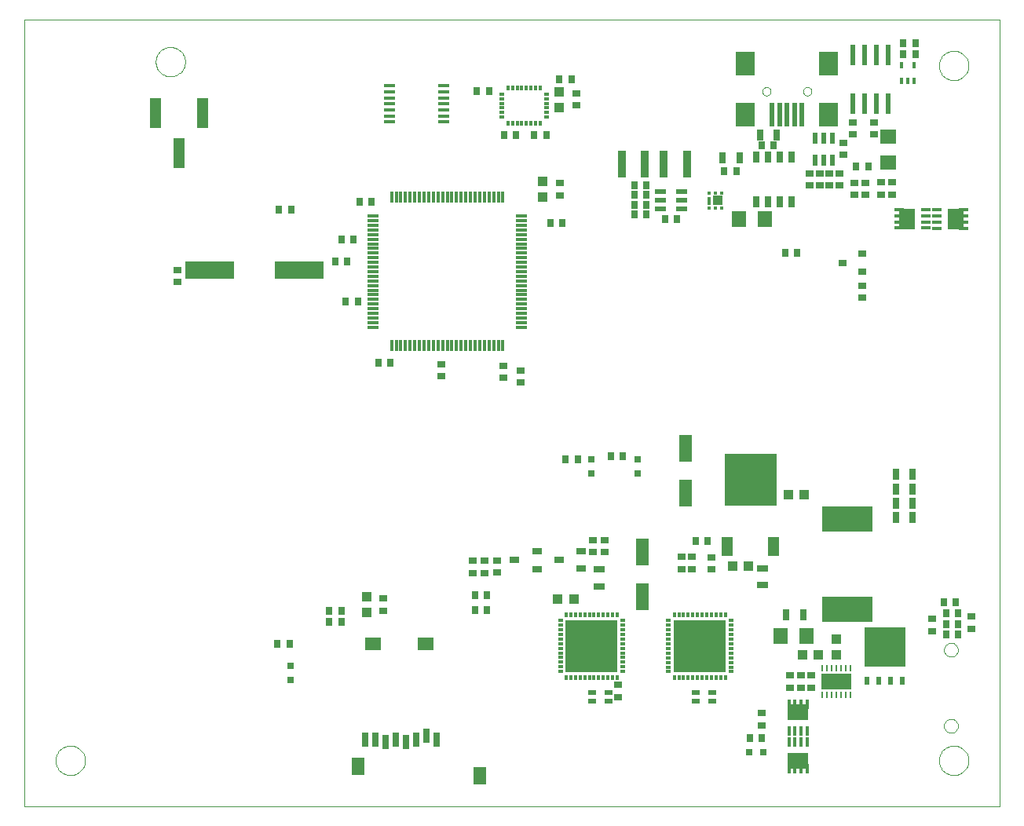
<source format=gtp>
G75*
G70*
%OFA0B0*%
%FSLAX24Y24*%
%IPPOS*%
%LPD*%
%AMOC8*
5,1,8,0,0,1.08239X$1,22.5*
%
%ADD10C,0.0000*%
%ADD11R,0.0472X0.0118*%
%ADD12R,0.0118X0.0472*%
%ADD13R,0.0470X0.1300*%
%ADD14R,0.0197X0.0984*%
%ADD15R,0.0787X0.0984*%
%ADD16R,0.0236X0.0472*%
%ADD17R,0.0472X0.0236*%
%ADD18R,0.0354X0.0276*%
%ADD19R,0.0276X0.0354*%
%ADD20R,0.0354X0.1181*%
%ADD21R,0.0315X0.0472*%
%ADD22R,0.0236X0.0866*%
%ADD23R,0.0138X0.0118*%
%ADD24R,0.0413X0.0443*%
%ADD25R,0.0138X0.0374*%
%ADD26R,0.0315X0.0315*%
%ADD27R,0.0098X0.0276*%
%ADD28R,0.1299X0.0669*%
%ADD29R,0.0394X0.0433*%
%ADD30R,0.2126X0.1102*%
%ADD31R,0.0433X0.0394*%
%ADD32R,0.0630X0.0709*%
%ADD33R,0.0472X0.0315*%
%ADD34R,0.0709X0.0630*%
%ADD35R,0.0157X0.0295*%
%ADD36R,0.0130X0.0270*%
%ADD37R,0.0354X0.0315*%
%ADD38R,0.0335X0.0197*%
%ADD39R,0.0709X0.0551*%
%ADD40R,0.0551X0.0748*%
%ADD41R,0.0315X0.0591*%
%ADD42R,0.0551X0.1181*%
%ADD43R,0.0197X0.0118*%
%ADD44R,0.0118X0.0197*%
%ADD45R,0.0250X0.0500*%
%ADD46R,0.0496X0.0142*%
%ADD47R,0.2100X0.0760*%
%ADD48R,0.0472X0.0787*%
%ADD49R,0.2205X0.2205*%
%ADD50R,0.0217X0.0118*%
%ADD51R,0.0118X0.0217*%
%ADD52R,0.0160X0.0390*%
%ADD53R,0.0880X0.0680*%
%ADD54R,0.0390X0.0160*%
%ADD55R,0.0680X0.0880*%
%ADD56R,0.0394X0.0276*%
%ADD57R,0.0244X0.0374*%
%ADD58R,0.1736X0.1705*%
D10*
X000105Y001250D02*
X000105Y034650D01*
X041505Y034650D01*
X041505Y001250D01*
X000105Y001250D01*
X001430Y003200D02*
X001432Y003250D01*
X001438Y003299D01*
X001448Y003348D01*
X001461Y003395D01*
X001479Y003442D01*
X001500Y003487D01*
X001524Y003530D01*
X001552Y003571D01*
X001583Y003610D01*
X001617Y003646D01*
X001654Y003680D01*
X001694Y003710D01*
X001735Y003737D01*
X001779Y003761D01*
X001824Y003781D01*
X001871Y003797D01*
X001919Y003810D01*
X001968Y003819D01*
X002018Y003824D01*
X002067Y003825D01*
X002117Y003822D01*
X002166Y003815D01*
X002215Y003804D01*
X002262Y003790D01*
X002308Y003771D01*
X002353Y003749D01*
X002396Y003724D01*
X002436Y003695D01*
X002474Y003663D01*
X002510Y003629D01*
X002543Y003591D01*
X002572Y003551D01*
X002598Y003509D01*
X002621Y003465D01*
X002640Y003419D01*
X002656Y003372D01*
X002668Y003323D01*
X002676Y003274D01*
X002680Y003225D01*
X002680Y003175D01*
X002676Y003126D01*
X002668Y003077D01*
X002656Y003028D01*
X002640Y002981D01*
X002621Y002935D01*
X002598Y002891D01*
X002572Y002849D01*
X002543Y002809D01*
X002510Y002771D01*
X002474Y002737D01*
X002436Y002705D01*
X002396Y002676D01*
X002353Y002651D01*
X002308Y002629D01*
X002262Y002610D01*
X002215Y002596D01*
X002166Y002585D01*
X002117Y002578D01*
X002067Y002575D01*
X002018Y002576D01*
X001968Y002581D01*
X001919Y002590D01*
X001871Y002603D01*
X001824Y002619D01*
X001779Y002639D01*
X001735Y002663D01*
X001694Y002690D01*
X001654Y002720D01*
X001617Y002754D01*
X001583Y002790D01*
X001552Y002829D01*
X001524Y002870D01*
X001500Y002913D01*
X001479Y002958D01*
X001461Y003005D01*
X001448Y003052D01*
X001438Y003101D01*
X001432Y003150D01*
X001430Y003200D01*
X031432Y031600D02*
X031434Y031626D01*
X031440Y031652D01*
X031450Y031677D01*
X031463Y031700D01*
X031479Y031720D01*
X031499Y031738D01*
X031521Y031753D01*
X031544Y031765D01*
X031570Y031773D01*
X031596Y031777D01*
X031622Y031777D01*
X031648Y031773D01*
X031674Y031765D01*
X031698Y031753D01*
X031719Y031738D01*
X031739Y031720D01*
X031755Y031700D01*
X031768Y031677D01*
X031778Y031652D01*
X031784Y031626D01*
X031786Y031600D01*
X031784Y031574D01*
X031778Y031548D01*
X031768Y031523D01*
X031755Y031500D01*
X031739Y031480D01*
X031719Y031462D01*
X031697Y031447D01*
X031674Y031435D01*
X031648Y031427D01*
X031622Y031423D01*
X031596Y031423D01*
X031570Y031427D01*
X031544Y031435D01*
X031520Y031447D01*
X031499Y031462D01*
X031479Y031480D01*
X031463Y031500D01*
X031450Y031523D01*
X031440Y031548D01*
X031434Y031574D01*
X031432Y031600D01*
X033164Y031600D02*
X033166Y031626D01*
X033172Y031652D01*
X033182Y031677D01*
X033195Y031700D01*
X033211Y031720D01*
X033231Y031738D01*
X033253Y031753D01*
X033276Y031765D01*
X033302Y031773D01*
X033328Y031777D01*
X033354Y031777D01*
X033380Y031773D01*
X033406Y031765D01*
X033430Y031753D01*
X033451Y031738D01*
X033471Y031720D01*
X033487Y031700D01*
X033500Y031677D01*
X033510Y031652D01*
X033516Y031626D01*
X033518Y031600D01*
X033516Y031574D01*
X033510Y031548D01*
X033500Y031523D01*
X033487Y031500D01*
X033471Y031480D01*
X033451Y031462D01*
X033429Y031447D01*
X033406Y031435D01*
X033380Y031427D01*
X033354Y031423D01*
X033328Y031423D01*
X033302Y031427D01*
X033276Y031435D01*
X033252Y031447D01*
X033231Y031462D01*
X033211Y031480D01*
X033195Y031500D01*
X033182Y031523D01*
X033172Y031548D01*
X033166Y031574D01*
X033164Y031600D01*
X038930Y032700D02*
X038932Y032750D01*
X038938Y032799D01*
X038948Y032848D01*
X038961Y032895D01*
X038979Y032942D01*
X039000Y032987D01*
X039024Y033030D01*
X039052Y033071D01*
X039083Y033110D01*
X039117Y033146D01*
X039154Y033180D01*
X039194Y033210D01*
X039235Y033237D01*
X039279Y033261D01*
X039324Y033281D01*
X039371Y033297D01*
X039419Y033310D01*
X039468Y033319D01*
X039518Y033324D01*
X039567Y033325D01*
X039617Y033322D01*
X039666Y033315D01*
X039715Y033304D01*
X039762Y033290D01*
X039808Y033271D01*
X039853Y033249D01*
X039896Y033224D01*
X039936Y033195D01*
X039974Y033163D01*
X040010Y033129D01*
X040043Y033091D01*
X040072Y033051D01*
X040098Y033009D01*
X040121Y032965D01*
X040140Y032919D01*
X040156Y032872D01*
X040168Y032823D01*
X040176Y032774D01*
X040180Y032725D01*
X040180Y032675D01*
X040176Y032626D01*
X040168Y032577D01*
X040156Y032528D01*
X040140Y032481D01*
X040121Y032435D01*
X040098Y032391D01*
X040072Y032349D01*
X040043Y032309D01*
X040010Y032271D01*
X039974Y032237D01*
X039936Y032205D01*
X039896Y032176D01*
X039853Y032151D01*
X039808Y032129D01*
X039762Y032110D01*
X039715Y032096D01*
X039666Y032085D01*
X039617Y032078D01*
X039567Y032075D01*
X039518Y032076D01*
X039468Y032081D01*
X039419Y032090D01*
X039371Y032103D01*
X039324Y032119D01*
X039279Y032139D01*
X039235Y032163D01*
X039194Y032190D01*
X039154Y032220D01*
X039117Y032254D01*
X039083Y032290D01*
X039052Y032329D01*
X039024Y032370D01*
X039000Y032413D01*
X038979Y032458D01*
X038961Y032505D01*
X038948Y032552D01*
X038938Y032601D01*
X038932Y032650D01*
X038930Y032700D01*
X039144Y007894D02*
X039146Y007928D01*
X039152Y007962D01*
X039162Y007995D01*
X039175Y008026D01*
X039193Y008056D01*
X039213Y008084D01*
X039237Y008109D01*
X039263Y008131D01*
X039291Y008149D01*
X039322Y008165D01*
X039354Y008177D01*
X039388Y008185D01*
X039422Y008189D01*
X039456Y008189D01*
X039490Y008185D01*
X039524Y008177D01*
X039556Y008165D01*
X039586Y008149D01*
X039615Y008131D01*
X039641Y008109D01*
X039665Y008084D01*
X039685Y008056D01*
X039703Y008026D01*
X039716Y007995D01*
X039726Y007962D01*
X039732Y007928D01*
X039734Y007894D01*
X039732Y007860D01*
X039726Y007826D01*
X039716Y007793D01*
X039703Y007762D01*
X039685Y007732D01*
X039665Y007704D01*
X039641Y007679D01*
X039615Y007657D01*
X039587Y007639D01*
X039556Y007623D01*
X039524Y007611D01*
X039490Y007603D01*
X039456Y007599D01*
X039422Y007599D01*
X039388Y007603D01*
X039354Y007611D01*
X039322Y007623D01*
X039291Y007639D01*
X039263Y007657D01*
X039237Y007679D01*
X039213Y007704D01*
X039193Y007732D01*
X039175Y007762D01*
X039162Y007793D01*
X039152Y007826D01*
X039146Y007860D01*
X039144Y007894D01*
X039144Y004665D02*
X039146Y004699D01*
X039152Y004733D01*
X039162Y004766D01*
X039175Y004797D01*
X039193Y004827D01*
X039213Y004855D01*
X039237Y004880D01*
X039263Y004902D01*
X039291Y004920D01*
X039322Y004936D01*
X039354Y004948D01*
X039388Y004956D01*
X039422Y004960D01*
X039456Y004960D01*
X039490Y004956D01*
X039524Y004948D01*
X039556Y004936D01*
X039586Y004920D01*
X039615Y004902D01*
X039641Y004880D01*
X039665Y004855D01*
X039685Y004827D01*
X039703Y004797D01*
X039716Y004766D01*
X039726Y004733D01*
X039732Y004699D01*
X039734Y004665D01*
X039732Y004631D01*
X039726Y004597D01*
X039716Y004564D01*
X039703Y004533D01*
X039685Y004503D01*
X039665Y004475D01*
X039641Y004450D01*
X039615Y004428D01*
X039587Y004410D01*
X039556Y004394D01*
X039524Y004382D01*
X039490Y004374D01*
X039456Y004370D01*
X039422Y004370D01*
X039388Y004374D01*
X039354Y004382D01*
X039322Y004394D01*
X039291Y004410D01*
X039263Y004428D01*
X039237Y004450D01*
X039213Y004475D01*
X039193Y004503D01*
X039175Y004533D01*
X039162Y004564D01*
X039152Y004597D01*
X039146Y004631D01*
X039144Y004665D01*
X038930Y003200D02*
X038932Y003250D01*
X038938Y003299D01*
X038948Y003348D01*
X038961Y003395D01*
X038979Y003442D01*
X039000Y003487D01*
X039024Y003530D01*
X039052Y003571D01*
X039083Y003610D01*
X039117Y003646D01*
X039154Y003680D01*
X039194Y003710D01*
X039235Y003737D01*
X039279Y003761D01*
X039324Y003781D01*
X039371Y003797D01*
X039419Y003810D01*
X039468Y003819D01*
X039518Y003824D01*
X039567Y003825D01*
X039617Y003822D01*
X039666Y003815D01*
X039715Y003804D01*
X039762Y003790D01*
X039808Y003771D01*
X039853Y003749D01*
X039896Y003724D01*
X039936Y003695D01*
X039974Y003663D01*
X040010Y003629D01*
X040043Y003591D01*
X040072Y003551D01*
X040098Y003509D01*
X040121Y003465D01*
X040140Y003419D01*
X040156Y003372D01*
X040168Y003323D01*
X040176Y003274D01*
X040180Y003225D01*
X040180Y003175D01*
X040176Y003126D01*
X040168Y003077D01*
X040156Y003028D01*
X040140Y002981D01*
X040121Y002935D01*
X040098Y002891D01*
X040072Y002849D01*
X040043Y002809D01*
X040010Y002771D01*
X039974Y002737D01*
X039936Y002705D01*
X039896Y002676D01*
X039853Y002651D01*
X039808Y002629D01*
X039762Y002610D01*
X039715Y002596D01*
X039666Y002585D01*
X039617Y002578D01*
X039567Y002575D01*
X039518Y002576D01*
X039468Y002581D01*
X039419Y002590D01*
X039371Y002603D01*
X039324Y002619D01*
X039279Y002639D01*
X039235Y002663D01*
X039194Y002690D01*
X039154Y002720D01*
X039117Y002754D01*
X039083Y002790D01*
X039052Y002829D01*
X039024Y002870D01*
X039000Y002913D01*
X038979Y002958D01*
X038961Y003005D01*
X038948Y003052D01*
X038938Y003101D01*
X038932Y003150D01*
X038930Y003200D01*
X005680Y032860D02*
X005682Y032910D01*
X005688Y032959D01*
X005698Y033008D01*
X005711Y033055D01*
X005729Y033102D01*
X005750Y033147D01*
X005774Y033190D01*
X005802Y033231D01*
X005833Y033270D01*
X005867Y033306D01*
X005904Y033340D01*
X005944Y033370D01*
X005985Y033397D01*
X006029Y033421D01*
X006074Y033441D01*
X006121Y033457D01*
X006169Y033470D01*
X006218Y033479D01*
X006268Y033484D01*
X006317Y033485D01*
X006367Y033482D01*
X006416Y033475D01*
X006465Y033464D01*
X006512Y033450D01*
X006558Y033431D01*
X006603Y033409D01*
X006646Y033384D01*
X006686Y033355D01*
X006724Y033323D01*
X006760Y033289D01*
X006793Y033251D01*
X006822Y033211D01*
X006848Y033169D01*
X006871Y033125D01*
X006890Y033079D01*
X006906Y033032D01*
X006918Y032983D01*
X006926Y032934D01*
X006930Y032885D01*
X006930Y032835D01*
X006926Y032786D01*
X006918Y032737D01*
X006906Y032688D01*
X006890Y032641D01*
X006871Y032595D01*
X006848Y032551D01*
X006822Y032509D01*
X006793Y032469D01*
X006760Y032431D01*
X006724Y032397D01*
X006686Y032365D01*
X006646Y032336D01*
X006603Y032311D01*
X006558Y032289D01*
X006512Y032270D01*
X006465Y032256D01*
X006416Y032245D01*
X006367Y032238D01*
X006317Y032235D01*
X006268Y032236D01*
X006218Y032241D01*
X006169Y032250D01*
X006121Y032263D01*
X006074Y032279D01*
X006029Y032299D01*
X005985Y032323D01*
X005944Y032350D01*
X005904Y032380D01*
X005867Y032414D01*
X005833Y032450D01*
X005802Y032489D01*
X005774Y032530D01*
X005750Y032573D01*
X005729Y032618D01*
X005711Y032665D01*
X005698Y032712D01*
X005688Y032761D01*
X005682Y032810D01*
X005680Y032860D01*
D11*
X014905Y026312D03*
X014905Y026115D03*
X014905Y025918D03*
X014905Y025721D03*
X014905Y025524D03*
X014905Y025328D03*
X014905Y025131D03*
X014905Y024934D03*
X014905Y024737D03*
X014905Y024540D03*
X014905Y024343D03*
X014905Y024146D03*
X014905Y023950D03*
X014905Y023753D03*
X014905Y023556D03*
X014905Y023359D03*
X014905Y023162D03*
X014905Y022965D03*
X014905Y022769D03*
X014905Y022572D03*
X014905Y022375D03*
X014905Y022178D03*
X014905Y021981D03*
X014905Y021784D03*
X014905Y021587D03*
X021205Y021587D03*
X021205Y021784D03*
X021205Y021981D03*
X021205Y022178D03*
X021205Y022375D03*
X021205Y022572D03*
X021205Y022769D03*
X021205Y022965D03*
X021205Y023162D03*
X021205Y023359D03*
X021205Y023556D03*
X021205Y023753D03*
X021205Y023950D03*
X021205Y024146D03*
X021205Y024343D03*
X021205Y024540D03*
X021205Y024737D03*
X021205Y024934D03*
X021205Y025131D03*
X021205Y025328D03*
X021205Y025524D03*
X021205Y025721D03*
X021205Y025918D03*
X021205Y026115D03*
X021205Y026312D03*
D12*
X020417Y027099D03*
X020220Y027099D03*
X020024Y027099D03*
X019827Y027099D03*
X019630Y027099D03*
X019433Y027099D03*
X019236Y027099D03*
X019039Y027099D03*
X018842Y027099D03*
X018646Y027099D03*
X018449Y027099D03*
X018252Y027099D03*
X018055Y027099D03*
X017858Y027099D03*
X017661Y027099D03*
X017464Y027099D03*
X017268Y027099D03*
X017071Y027099D03*
X016874Y027099D03*
X016677Y027099D03*
X016480Y027099D03*
X016283Y027099D03*
X016086Y027099D03*
X015890Y027099D03*
X015693Y027099D03*
X015693Y020800D03*
X015890Y020800D03*
X016086Y020800D03*
X016283Y020800D03*
X016480Y020800D03*
X016677Y020800D03*
X016874Y020800D03*
X017071Y020800D03*
X017268Y020800D03*
X017464Y020800D03*
X017661Y020800D03*
X017858Y020800D03*
X018055Y020800D03*
X018252Y020800D03*
X018449Y020800D03*
X018646Y020800D03*
X018842Y020800D03*
X019039Y020800D03*
X019236Y020800D03*
X019433Y020800D03*
X019630Y020800D03*
X019827Y020800D03*
X020024Y020800D03*
X020220Y020800D03*
X020417Y020800D03*
D13*
X007670Y030675D03*
X006670Y028975D03*
X005670Y030675D03*
D14*
X031845Y030615D03*
X032160Y030615D03*
X032475Y030615D03*
X032790Y030615D03*
X033105Y030615D03*
D15*
X034247Y030615D03*
X034247Y032781D03*
X030703Y032781D03*
X030703Y030615D03*
D16*
X033671Y029603D03*
X034045Y029603D03*
X034419Y029603D03*
X034419Y028697D03*
X034045Y028697D03*
X033671Y028697D03*
D17*
X028008Y027363D03*
X028008Y026989D03*
X028008Y026615D03*
X027103Y026615D03*
X027103Y026989D03*
X027103Y027363D03*
D18*
X022825Y027194D03*
X022825Y027706D03*
X023525Y031004D03*
X023525Y031516D03*
X033435Y028126D03*
X033855Y028116D03*
X034275Y028116D03*
X034695Y028116D03*
X034695Y027604D03*
X034275Y027604D03*
X033855Y027604D03*
X033435Y027614D03*
X035345Y027726D03*
X035795Y027726D03*
X035795Y027214D03*
X035345Y027214D03*
X036485Y027224D03*
X036925Y027224D03*
X036925Y027736D03*
X036485Y027736D03*
X034875Y028914D03*
X034875Y029426D03*
X035285Y029774D03*
X035285Y030286D03*
X036165Y030296D03*
X036165Y029784D03*
X035675Y023346D03*
X035675Y022834D03*
X024745Y012556D03*
X024245Y012556D03*
X024245Y012044D03*
X024745Y012044D03*
X028018Y011836D03*
X028435Y011836D03*
X028435Y011324D03*
X028018Y011324D03*
X029255Y011314D03*
X029255Y011826D03*
X032605Y006806D03*
X033055Y006806D03*
X033505Y006806D03*
X033505Y006294D03*
X033055Y006294D03*
X032605Y006294D03*
X031405Y005206D03*
X031405Y004694D03*
X025315Y005894D03*
X025315Y006406D03*
X020175Y011184D03*
X020175Y011696D03*
X019645Y011676D03*
X019645Y011164D03*
X019135Y011154D03*
X019135Y011666D03*
X015320Y010071D03*
X015320Y009559D03*
X020425Y019444D03*
X021175Y019244D03*
X021175Y019756D03*
X020425Y019956D03*
X017792Y020015D03*
X017792Y019503D03*
X006595Y023504D03*
X006595Y024016D03*
X038635Y009206D03*
X038635Y008694D03*
X040295Y008789D03*
X040295Y009301D03*
D19*
X039751Y009440D03*
X039641Y009900D03*
X039239Y009440D03*
X039129Y009900D03*
X039239Y008990D03*
X039239Y008560D03*
X039751Y008560D03*
X039751Y008990D03*
X031411Y004150D03*
X030899Y004150D03*
X029111Y012530D03*
X028599Y012530D03*
X025514Y016117D03*
X025002Y016117D03*
X023588Y015998D03*
X023076Y015998D03*
X019751Y010210D03*
X019239Y010210D03*
X019239Y009580D03*
X019751Y009580D03*
X013561Y009560D03*
X013561Y009085D03*
X013049Y009085D03*
X013049Y009560D03*
X011356Y008155D03*
X010844Y008155D03*
X015139Y020090D03*
X015651Y020090D03*
X014261Y022680D03*
X013749Y022680D03*
X013811Y024370D03*
X013299Y024370D03*
X013559Y025310D03*
X014071Y025310D03*
X014339Y026930D03*
X014851Y026930D03*
X011421Y026570D03*
X010909Y026570D03*
X019309Y031630D03*
X019821Y031630D03*
X020459Y029740D03*
X020971Y029740D03*
X021749Y029750D03*
X022261Y029750D03*
X022809Y032110D03*
X023321Y032110D03*
X025989Y027630D03*
X025989Y027210D03*
X025989Y026790D03*
X026501Y026790D03*
X026501Y027210D03*
X026501Y027630D03*
X026501Y026370D03*
X025989Y026370D03*
X027289Y026190D03*
X027801Y026190D03*
X029819Y028200D03*
X030331Y028200D03*
X031399Y029310D03*
X031911Y029310D03*
X035419Y028400D03*
X035931Y028400D03*
X032901Y024740D03*
X032389Y024740D03*
X022951Y026020D03*
X022439Y026020D03*
X037409Y033170D03*
X037409Y033660D03*
X037921Y033660D03*
X037921Y033170D03*
D20*
X028223Y028521D03*
X027239Y028521D03*
X026451Y028521D03*
X025467Y028521D03*
D21*
X029751Y028790D03*
X030459Y028790D03*
X031341Y029750D03*
X032049Y029750D03*
X037101Y015340D03*
X037809Y015340D03*
X037809Y014720D03*
X037101Y014720D03*
X037101Y014120D03*
X037809Y014120D03*
X037809Y013530D03*
X037101Y013530D03*
X033159Y009380D03*
X032451Y009380D03*
D22*
X035265Y031096D03*
X035765Y031096D03*
X036265Y031096D03*
X036765Y031096D03*
X036765Y033143D03*
X036265Y033143D03*
X035765Y033143D03*
X035265Y033143D03*
D23*
X029691Y027294D03*
X029435Y027294D03*
X029179Y027294D03*
X029179Y026645D03*
X029435Y026645D03*
X029691Y026645D03*
D24*
X029553Y026970D03*
D25*
X029179Y026935D03*
D26*
X026120Y015980D03*
X026120Y015389D03*
X024165Y015389D03*
X024165Y015980D03*
X011395Y007210D03*
X011395Y006619D03*
X030880Y003555D03*
X031470Y003555D03*
D27*
X033974Y005979D03*
X034171Y005979D03*
X034368Y005979D03*
X034565Y005979D03*
X034762Y005979D03*
X034959Y005979D03*
X035156Y005979D03*
X035156Y007120D03*
X034959Y007120D03*
X034762Y007120D03*
X034565Y007120D03*
X034368Y007120D03*
X034171Y007120D03*
X033974Y007120D03*
D28*
X034565Y006550D03*
D29*
X034565Y007685D03*
X034565Y008354D03*
X014635Y009480D03*
X014635Y010149D03*
X022095Y027115D03*
X022095Y027784D03*
X022805Y030905D03*
X022805Y031574D03*
D30*
X035035Y013458D03*
X035035Y009600D03*
D31*
X033800Y007680D03*
X033130Y007680D03*
X030830Y011450D03*
X030160Y011450D03*
X032530Y014480D03*
X033200Y014480D03*
X023420Y010040D03*
X022750Y010040D03*
D32*
X032194Y008480D03*
X033296Y008480D03*
X031526Y026180D03*
X030424Y026180D03*
D33*
X031435Y011364D03*
X031435Y010655D03*
X024495Y010595D03*
X024495Y011304D03*
D34*
X036775Y028568D03*
X036775Y029671D03*
D35*
X037349Y032704D03*
X037861Y032704D03*
D36*
X037870Y032055D03*
X037605Y032055D03*
X037340Y032055D03*
D37*
X035679Y024704D03*
X034852Y024330D03*
X035679Y023956D03*
D38*
X029299Y006096D03*
X029299Y005703D03*
X028611Y005703D03*
X028611Y006096D03*
X024899Y006096D03*
X024899Y005703D03*
X024211Y005703D03*
X024211Y006096D03*
D39*
X017146Y008132D03*
X014902Y008132D03*
D40*
X014272Y002955D03*
X019449Y002561D03*
D41*
X017615Y004077D03*
X017182Y004234D03*
X016749Y004077D03*
X016315Y003998D03*
X015882Y004077D03*
X015449Y003998D03*
X015016Y004077D03*
X014583Y004077D03*
D42*
X026325Y010145D03*
X026325Y012034D03*
X028175Y014545D03*
X028175Y016434D03*
D43*
X022260Y030507D03*
X022260Y030704D03*
X022260Y030901D03*
X022260Y031098D03*
X022260Y031295D03*
X022260Y031492D03*
X020370Y031492D03*
X020370Y031295D03*
X020370Y031098D03*
X020370Y030901D03*
X020370Y030704D03*
X020370Y030507D03*
D44*
X020626Y030252D03*
X020823Y030252D03*
X021020Y030252D03*
X021217Y030252D03*
X021413Y030252D03*
X021610Y030252D03*
X021807Y030252D03*
X022004Y030252D03*
X022004Y031748D03*
X021807Y031748D03*
X021610Y031748D03*
X021413Y031748D03*
X021217Y031748D03*
X021020Y031748D03*
X020823Y031748D03*
X020626Y031748D03*
D45*
X031165Y028820D03*
X031665Y028820D03*
X032165Y028820D03*
X032665Y028820D03*
X032665Y026920D03*
X032165Y026920D03*
X031665Y026920D03*
X031165Y026920D03*
D46*
X017897Y030302D03*
X017897Y030558D03*
X017897Y030814D03*
X017897Y031070D03*
X017897Y031326D03*
X017897Y031581D03*
X017897Y031837D03*
X015613Y031837D03*
X015613Y031581D03*
X015613Y031326D03*
X015613Y031070D03*
X015613Y030814D03*
X015613Y030558D03*
X015613Y030302D03*
D47*
X011785Y024000D03*
X007985Y024000D03*
D48*
X029941Y012275D03*
X031909Y012275D03*
D49*
X030925Y015110D03*
X028775Y008050D03*
X024185Y008060D03*
D50*
X025514Y008158D03*
X025514Y007961D03*
X025514Y007764D03*
X025514Y007567D03*
X025514Y007371D03*
X025514Y007174D03*
X025514Y006977D03*
X025514Y008355D03*
X025514Y008552D03*
X025514Y008749D03*
X025514Y008945D03*
X025514Y009142D03*
X027446Y009132D03*
X027446Y008935D03*
X027446Y008739D03*
X027446Y008542D03*
X027446Y008345D03*
X027446Y008148D03*
X027446Y007951D03*
X027446Y007754D03*
X027446Y007557D03*
X027446Y007361D03*
X027446Y007164D03*
X027446Y006967D03*
X030104Y006967D03*
X030104Y007164D03*
X030104Y007361D03*
X030104Y007557D03*
X030104Y007754D03*
X030104Y007951D03*
X030104Y008148D03*
X030104Y008345D03*
X030104Y008542D03*
X030104Y008739D03*
X030104Y008935D03*
X030104Y009132D03*
X022856Y009142D03*
X022856Y008945D03*
X022856Y008749D03*
X022856Y008552D03*
X022856Y008355D03*
X022856Y008158D03*
X022856Y007961D03*
X022856Y007764D03*
X022856Y007567D03*
X022856Y007371D03*
X022856Y007174D03*
X022856Y006977D03*
D51*
X023102Y006731D03*
X023299Y006731D03*
X023496Y006731D03*
X023693Y006731D03*
X023890Y006731D03*
X024087Y006731D03*
X024283Y006731D03*
X024480Y006731D03*
X024677Y006731D03*
X024874Y006731D03*
X025071Y006731D03*
X025268Y006731D03*
X027692Y006721D03*
X027889Y006721D03*
X028086Y006721D03*
X028283Y006721D03*
X028480Y006721D03*
X028677Y006721D03*
X028873Y006721D03*
X029070Y006721D03*
X029267Y006721D03*
X029464Y006721D03*
X029661Y006721D03*
X029858Y006721D03*
X029858Y009378D03*
X029661Y009378D03*
X029464Y009378D03*
X029267Y009378D03*
X029070Y009378D03*
X028873Y009378D03*
X028677Y009378D03*
X028480Y009378D03*
X028283Y009378D03*
X028086Y009378D03*
X027889Y009378D03*
X027692Y009378D03*
X025268Y009388D03*
X025071Y009388D03*
X024874Y009388D03*
X024677Y009388D03*
X024480Y009388D03*
X024283Y009388D03*
X024087Y009388D03*
X023890Y009388D03*
X023693Y009388D03*
X023496Y009388D03*
X023299Y009388D03*
X023102Y009388D03*
D52*
X032555Y005585D03*
X032815Y005585D03*
X033075Y005585D03*
X033335Y005585D03*
X033335Y004455D03*
X033075Y004455D03*
X032815Y004455D03*
X032555Y004455D03*
X032555Y003975D03*
X032815Y003975D03*
X033075Y003975D03*
X033335Y003975D03*
X033335Y002845D03*
X033075Y002845D03*
X032815Y002845D03*
X032555Y002845D03*
D53*
X032945Y003190D03*
X032945Y005240D03*
D54*
X037235Y025800D03*
X037235Y026060D03*
X037235Y026320D03*
X037235Y026580D03*
X038365Y026580D03*
X038365Y026320D03*
X038365Y026060D03*
X038365Y025800D03*
X038845Y025795D03*
X038845Y026055D03*
X038845Y026315D03*
X038845Y026575D03*
X039975Y026575D03*
X039975Y026315D03*
X039975Y026055D03*
X039975Y025795D03*
D55*
X039630Y026185D03*
X037580Y026190D03*
D56*
X023747Y012094D03*
X023747Y011346D03*
X022803Y011720D03*
X021857Y012074D03*
X021857Y011326D03*
X020913Y011700D03*
D57*
X035885Y006574D03*
X036385Y006574D03*
X036885Y006574D03*
X037385Y006574D03*
D58*
X036635Y008000D03*
M02*

</source>
